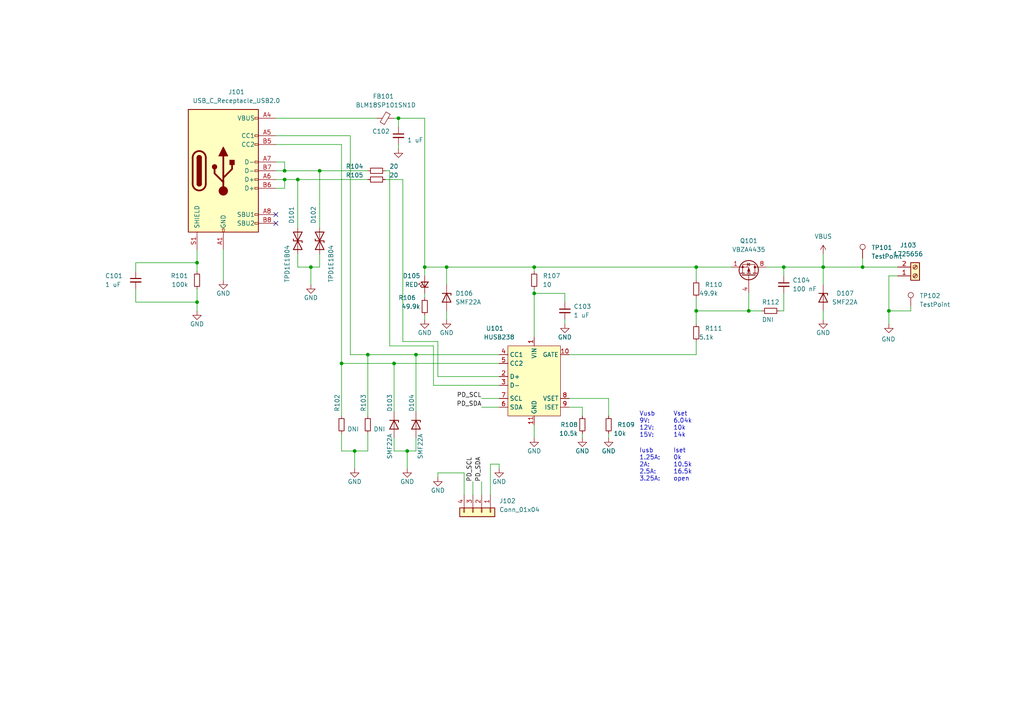
<source format=kicad_sch>
(kicad_sch (version 20210621) (generator eeschema)
  (paper "A4")
  (lib_symbols
    (symbol "Connector:Screw_Terminal_01x02" (pin_names (offset 1.016) hide)
      (property "Reference" "J" (at 0 2.54 0))
      (property "Value" "Screw_Terminal_01x02" (at 0 -5.08 0))
      (symbol "Screw_Terminal_01x02_1_1"
        (circle (center 0 -2.54) (radius 0.635) (stroke (width 0.1524)))
        (circle (center 0 0) (radius 0.635) (stroke (width 0.1524)))
        (rectangle (start -1.27 1.27) (end 1.27 -3.81) (stroke (width 0.254)) (fill (type background)))
        (polyline (pts (xy -0.5334 -2.2098) (xy 0.3302 -3.048)) (stroke (width 0.1524)))
        (polyline (pts (xy -0.5334 0.3302) (xy 0.3302 -0.508)) (stroke (width 0.1524)))
        (polyline (pts (xy -0.3556 -2.032) (xy 0.508 -2.8702)) (stroke (width 0.1524)))
        (polyline (pts (xy -0.3556 0.508) (xy 0.508 -0.3302)) (stroke (width 0.1524)))
        (pin passive line (at -5.08 0 0) (length 3.81) (name "Pin_1") (number "1"))
        (pin passive line (at -5.08 -2.54 0) (length 3.81) (name "Pin_2") (number "2"))
      )
    )
    (symbol "Connector:TestPoint" (pin_numbers hide) (pin_names (offset 0.762) hide)
      (property "Reference" "TP" (at 0 6.858 0))
      (property "Value" "TestPoint" (at 0 5.08 0))
      (symbol "TestPoint_0_1"
        (circle (center 0 3.302) (radius 0.762))
      )
      (symbol "TestPoint_1_1"
        (pin passive line (at 0 0 90) (length 2.54) (name "1") (number "1"))
      )
    )
    (symbol "Connector:USB_C_Receptacle_USB2.0" (pin_names (offset 1.016))
      (property "Reference" "J" (at -10.16 19.05 0))
      (property "Value" "USB_C_Receptacle_USB2.0" (at 19.05 19.05 0))
      (symbol "USB_C_Receptacle_USB2.0_0_0"
        (rectangle (start -0.254 -17.78) (end 0.254 -16.764))
        (rectangle (start 10.16 -14.986) (end 9.144 -15.494))
        (rectangle (start 10.16 -12.446) (end 9.144 -12.954))
        (rectangle (start 10.16 -4.826) (end 9.144 -5.334))
        (rectangle (start 10.16 -2.286) (end 9.144 -2.794))
        (rectangle (start 10.16 0.254) (end 9.144 -0.254))
        (rectangle (start 10.16 2.794) (end 9.144 2.286))
        (rectangle (start 10.16 7.874) (end 9.144 7.366))
        (rectangle (start 10.16 10.414) (end 9.144 9.906))
        (rectangle (start 10.16 15.494) (end 9.144 14.986))
      )
      (symbol "USB_C_Receptacle_USB2.0_0_1"
        (arc (start -8.89 -3.81) (end -5.08 -3.81) (radius (at -6.985 -3.81) (length 1.905) (angles -179.9 -0.1)) (stroke (width 0.508)))
        (arc (start -7.62 -3.81) (end -6.35 -3.81) (radius (at -6.985 -3.81) (length 0.635) (angles -179.9 -0.1)) (stroke (width 0.254)))
        (arc (start -6.35 3.81) (end -7.62 3.81) (radius (at -6.985 3.81) (length 0.635) (angles 0.1 179.9)) (stroke (width 0.254)))
        (arc (start -5.08 3.81) (end -8.89 3.81) (radius (at -6.985 3.81) (length 1.905) (angles 0.1 179.9)) (stroke (width 0.508)))
        (arc (start -7.62 -3.81) (end -6.35 -3.81) (radius (at -6.985 -3.81) (length 0.635) (angles -179.9 -0.1)) (stroke (width 0.254)) (fill (type outline)))
        (arc (start -6.35 3.81) (end -7.62 3.81) (radius (at -6.985 3.81) (length 0.635) (angles 0.1 179.9)) (stroke (width 0.254)) (fill (type outline)))
        (circle (center -2.54 1.143) (radius 0.635) (stroke (width 0.254)) (fill (type outline)))
        (circle (center 0 -5.842) (radius 1.27) (fill (type outline)))
        (rectangle (start -7.62 -3.81) (end -6.35 3.81) (stroke (width 0.254)) (fill (type outline)))
        (rectangle (start 1.905 1.778) (end 3.175 3.048) (stroke (width 0.254)) (fill (type outline)))
        (rectangle (start -10.16 17.78) (end 10.16 -17.78) (stroke (width 0.254)) (fill (type background)))
        (polyline (pts (xy -8.89 -3.81) (xy -8.89 3.81)) (stroke (width 0.508)))
        (polyline (pts (xy -5.08 3.81) (xy -5.08 -3.81)) (stroke (width 0.508)))
        (polyline (pts (xy 0 -5.842) (xy 0 4.318)) (stroke (width 0.508)))
        (polyline (pts (xy 0 -3.302) (xy -2.54 -0.762) (xy -2.54 0.508)) (stroke (width 0.508)))
        (polyline (pts (xy 0 -2.032) (xy 2.54 0.508) (xy 2.54 1.778)) (stroke (width 0.508)))
        (polyline (pts (xy -1.27 4.318) (xy 0 6.858) (xy 1.27 4.318) (xy -1.27 4.318)) (stroke (width 0.254)) (fill (type outline)))
      )
      (symbol "USB_C_Receptacle_USB2.0_1_1"
        (pin passive line (at 0 -22.86 90) (length 5.08) (name "GND") (number "A1"))
        (pin passive line (at 0 -22.86 90) (length 5.08) hide (name "GND") (number "A12"))
        (pin passive line (at 15.24 15.24 180) (length 5.08) (name "VBUS") (number "A4"))
        (pin bidirectional line (at 15.24 10.16 180) (length 5.08) (name "CC1") (number "A5"))
        (pin bidirectional line (at 15.24 -2.54 180) (length 5.08) (name "D+") (number "A6"))
        (pin bidirectional line (at 15.24 2.54 180) (length 5.08) (name "D-") (number "A7"))
        (pin bidirectional line (at 15.24 -12.7 180) (length 5.08) (name "SBU1") (number "A8"))
        (pin passive line (at 15.24 15.24 180) (length 5.08) hide (name "VBUS") (number "A9"))
        (pin passive line (at 0 -22.86 90) (length 5.08) hide (name "GND") (number "B1"))
        (pin passive line (at 0 -22.86 90) (length 5.08) hide (name "GND") (number "B12"))
        (pin passive line (at 15.24 15.24 180) (length 5.08) hide (name "VBUS") (number "B4"))
        (pin bidirectional line (at 15.24 7.62 180) (length 5.08) (name "CC2") (number "B5"))
        (pin bidirectional line (at 15.24 -5.08 180) (length 5.08) (name "D+") (number "B6"))
        (pin bidirectional line (at 15.24 0 180) (length 5.08) (name "D-") (number "B7"))
        (pin bidirectional line (at 15.24 -15.24 180) (length 5.08) (name "SBU2") (number "B8"))
        (pin passive line (at 15.24 15.24 180) (length 5.08) hide (name "VBUS") (number "B9"))
        (pin passive line (at -7.62 -22.86 90) (length 5.08) (name "SHIELD") (number "S1"))
      )
    )
    (symbol "Connector_Generic:Conn_01x04" (pin_names (offset 1.016) hide)
      (property "Reference" "J" (at 0 5.08 0))
      (property "Value" "Conn_01x04" (at 0 -7.62 0))
      (symbol "Conn_01x04_1_1"
        (rectangle (start -1.27 -4.953) (end 0 -5.207) (stroke (width 0.1524)))
        (rectangle (start -1.27 -2.413) (end 0 -2.667) (stroke (width 0.1524)))
        (rectangle (start -1.27 0.127) (end 0 -0.127) (stroke (width 0.1524)))
        (rectangle (start -1.27 2.667) (end 0 2.413) (stroke (width 0.1524)))
        (rectangle (start -1.27 3.81) (end 1.27 -6.35) (stroke (width 0.254)) (fill (type background)))
        (pin passive line (at -5.08 2.54 0) (length 3.81) (name "Pin_1") (number "1"))
        (pin passive line (at -5.08 0 0) (length 3.81) (name "Pin_2") (number "2"))
        (pin passive line (at -5.08 -2.54 0) (length 3.81) (name "Pin_3") (number "3"))
        (pin passive line (at -5.08 -5.08 0) (length 3.81) (name "Pin_4") (number "4"))
      )
    )
    (symbol "Device:C_Small" (pin_numbers hide) (pin_names (offset 0.254) hide)
      (property "Reference" "C" (at 0.254 1.778 0))
      (property "Value" "C_Small" (at 0.254 -2.032 0))
      (symbol "C_Small_0_1"
        (polyline (pts (xy -1.524 -0.508) (xy 1.524 -0.508)) (stroke (width 0.3302)))
        (polyline (pts (xy -1.524 0.508) (xy 1.524 0.508)) (stroke (width 0.3048)))
      )
      (symbol "C_Small_1_1"
        (pin passive line (at 0 2.54 270) (length 2.032) (name "~") (number "1"))
        (pin passive line (at 0 -2.54 90) (length 2.032) (name "~") (number "2"))
      )
    )
    (symbol "Device:D_TVS" (pin_numbers hide) (pin_names (offset 1.016) hide)
      (property "Reference" "D" (at 0 2.54 0))
      (property "Value" "D_TVS" (at 0 -2.54 0))
      (symbol "D_TVS_0_1"
        (polyline (pts (xy 1.27 0) (xy -1.27 0)))
        (polyline (pts (xy 0.508 1.27) (xy 0 1.27) (xy 0 -1.27) (xy -0.508 -1.27)) (stroke (width 0.254)))
        (polyline (pts (xy -2.54 1.27) (xy -2.54 -1.27) (xy 2.54 1.27) (xy 2.54 -1.27) (xy -2.54 1.27)) (stroke (width 0.254)))
      )
      (symbol "D_TVS_1_1"
        (pin passive line (at -3.81 0 0) (length 2.54) (name "A1") (number "1"))
        (pin passive line (at 3.81 0 180) (length 2.54) (name "A2") (number "2"))
      )
    )
    (symbol "Device:D_Zener" (pin_numbers hide) (pin_names (offset 1.016) hide)
      (property "Reference" "D" (at 0 2.54 0))
      (property "Value" "D_Zener" (at 0 -2.54 0))
      (symbol "D_Zener_0_1"
        (polyline (pts (xy 1.27 0) (xy -1.27 0)))
        (polyline (pts (xy -1.27 -1.27) (xy -1.27 1.27) (xy -0.762 1.27)) (stroke (width 0.254)))
        (polyline (pts (xy 1.27 -1.27) (xy 1.27 1.27) (xy -1.27 0) (xy 1.27 -1.27)) (stroke (width 0.254)))
      )
      (symbol "D_Zener_1_1"
        (pin passive line (at -3.81 0 0) (length 2.54) (name "K") (number "1"))
        (pin passive line (at 3.81 0 180) (length 2.54) (name "A") (number "2"))
      )
    )
    (symbol "Device:FerriteBead_Small" (pin_numbers hide) (pin_names (offset 0))
      (property "Reference" "FB" (at 1.905 1.27 0))
      (property "Value" "FerriteBead_Small" (at 1.905 -1.27 0))
      (symbol "FerriteBead_Small_0_1"
        (polyline (pts (xy 0 -1.27) (xy 0 -0.7874)))
        (polyline (pts (xy 0 0.889) (xy 0 1.2954)))
        (polyline (pts (xy -1.8288 0.2794) (xy -1.1176 1.4986) (xy 1.8288 -0.2032) (xy 1.1176 -1.4224) (xy -1.8288 0.2794)))
      )
      (symbol "FerriteBead_Small_1_1"
        (pin passive line (at 0 2.54 270) (length 1.27) (name "~") (number "1"))
        (pin passive line (at 0 -2.54 90) (length 1.27) (name "~") (number "2"))
      )
    )
    (symbol "Device:LED_Small" (pin_numbers hide) (pin_names (offset 0.254) hide)
      (property "Reference" "D" (at -1.27 3.175 0))
      (property "Value" "LED_Small" (at -4.445 -2.54 0))
      (symbol "LED_Small_0_1"
        (polyline (pts (xy -0.762 -1.016) (xy -0.762 1.016)) (stroke (width 0.254)))
        (polyline (pts (xy 1.016 0) (xy -0.762 0)))
        (polyline (pts (xy 0.762 -1.016) (xy -0.762 0) (xy 0.762 1.016) (xy 0.762 -1.016)) (stroke (width 0.254)))
        (polyline (pts (xy 0 0.762) (xy -0.508 1.27) (xy -0.254 1.27) (xy -0.508 1.27) (xy -0.508 1.016)))
        (polyline (pts (xy 0.508 1.27) (xy 0 1.778) (xy 0.254 1.778) (xy 0 1.778) (xy 0 1.524)))
      )
      (symbol "LED_Small_1_1"
        (pin passive line (at -2.54 0 0) (length 1.778) (name "K") (number "1"))
        (pin passive line (at 2.54 0 180) (length 1.778) (name "A") (number "2"))
      )
    )
    (symbol "Device:R_Small" (pin_numbers hide) (pin_names (offset 0.254) hide)
      (property "Reference" "R" (at 0.762 0.508 0))
      (property "Value" "R_Small" (at 0.762 -1.016 0))
      (symbol "R_Small_0_1"
        (rectangle (start -0.762 1.778) (end 0.762 -1.778) (stroke (width 0.2032)))
      )
      (symbol "R_Small_1_1"
        (pin passive line (at 0 2.54 270) (length 0.762) (name "~") (number "1"))
        (pin passive line (at 0 -2.54 90) (length 0.762) (name "~") (number "2"))
      )
    )
    (symbol "Transistor_FET:IRF7404" (pin_names hide)
      (property "Reference" "Q" (at 5.08 1.905 0))
      (property "Value" "IRF7404" (at 5.08 0 0))
      (symbol "IRF7404_0_1"
        (circle (center 1.651 0) (radius 2.794) (stroke (width 0.254)))
        (circle (center 2.54 -1.778) (radius 0.254) (fill (type outline)))
        (circle (center 2.54 1.778) (radius 0.254) (fill (type outline)))
        (polyline (pts (xy 0.254 0) (xy -2.54 0)))
        (polyline (pts (xy 0.254 1.905) (xy 0.254 -1.905)) (stroke (width 0.254)))
        (polyline (pts (xy 0.762 -1.27) (xy 0.762 -2.286)) (stroke (width 0.254)))
        (polyline (pts (xy 0.762 0.508) (xy 0.762 -0.508)) (stroke (width 0.254)))
        (polyline (pts (xy 0.762 2.286) (xy 0.762 1.27)) (stroke (width 0.254)))
        (polyline (pts (xy 2.54 2.54) (xy 2.54 1.778)))
        (polyline (pts (xy 2.54 -2.54) (xy 2.54 0) (xy 0.762 0)))
        (polyline (pts (xy 0.762 1.778) (xy 3.302 1.778) (xy 3.302 -1.778) (xy 0.762 -1.778)))
        (polyline (pts (xy 2.794 -0.508) (xy 2.921 -0.381) (xy 3.683 -0.381) (xy 3.81 -0.254)))
        (polyline (pts (xy 3.302 -0.381) (xy 2.921 0.254) (xy 3.683 0.254) (xy 3.302 -0.381)))
        (polyline (pts (xy 2.286 0) (xy 1.27 0.381) (xy 1.27 -0.381) (xy 2.286 0)) (fill (type outline)))
      )
      (symbol "IRF7404_1_1"
        (pin passive line (at 2.54 -5.08 90) (length 2.54) (name "S") (number "1"))
        (pin passive line (at 2.54 -5.08 90) (length 2.54) hide (name "S") (number "2"))
        (pin passive line (at 2.54 -5.08 90) (length 2.54) hide (name "S") (number "3"))
        (pin passive line (at -5.08 0 0) (length 2.54) (name "G") (number "4"))
        (pin passive line (at 2.54 5.08 270) (length 2.54) hide (name "D") (number "5"))
        (pin passive line (at 2.54 5.08 270) (length 2.54) hide (name "D") (number "6"))
        (pin passive line (at 2.54 5.08 270) (length 2.54) hide (name "D") (number "7"))
        (pin passive line (at 2.54 5.08 270) (length 2.54) (name "D") (number "8"))
      )
    )
    (symbol "jtk_rf:HUSB238"
      (property "Reference" "U?" (at 0 17.78 0))
      (property "Value" "HUSB238" (at 0 15.24 0))
      (symbol "HUSB238_0_1"
        (rectangle (start 5.08 10.16) (end 5.08 10.16) (stroke (width 0.1524)))
        (rectangle (start -7.62 10.16) (end 7.62 -10.16) (stroke (width 0.1524)) (fill (type background)))
      )
      (symbol "HUSB238_1_1"
        (pin power_in line (at 0 12.7 270) (length 2.54) (name "VIN") (number "1"))
        (pin output line (at 10.16 7.62 180) (length 2.54) (name "GATE") (number "10"))
        (pin power_in line (at 0 -12.7 90) (length 2.54) (name "GND") (number "11"))
        (pin bidirectional line (at -10.16 1.27 0) (length 2.54) (name "D+") (number "2"))
        (pin bidirectional line (at -10.16 -1.27 0) (length 2.54) (name "D-") (number "3"))
        (pin bidirectional line (at -10.16 7.62 0) (length 2.54) (name "CC1") (number "4"))
        (pin bidirectional line (at -10.16 5.08 0) (length 2.54) (name "CC2") (number "5"))
        (pin open_collector line (at -10.16 -7.62 0) (length 2.54) (name "SDA") (number "6"))
        (pin open_collector line (at -10.16 -5.08 0) (length 2.54) (name "SCL") (number "7"))
        (pin output line (at 10.16 -5.08 180) (length 2.54) (name "VSET") (number "8"))
        (pin output line (at 10.16 -7.62 180) (length 2.54) (name "ISET") (number "9"))
      )
    )
    (symbol "power:GND" (power) (pin_names (offset 0))
      (property "Value" "GND" (at 0 -3.81 0))
      (symbol "GND_0_1"
        (polyline (pts (xy 0 0) (xy 0 -1.27) (xy 1.27 -1.27) (xy 0 -2.54) (xy -1.27 -1.27) (xy 0 -1.27)))
      )
      (symbol "GND_1_1"
        (pin power_in line (at 0 0 270) (length 0) hide (name "GND") (number "1"))
      )
    )
    (symbol "power:VBUS" (power) (pin_names (offset 0))
      (property "Value" "VBUS" (at 0 3.81 0))
      (symbol "VBUS_0_1"
        (polyline (pts (xy -0.762 1.27) (xy 0 2.54)))
        (polyline (pts (xy 0 0) (xy 0 2.54)))
        (polyline (pts (xy 0 2.54) (xy 0.762 1.27)))
      )
      (symbol "VBUS_1_1"
        (pin power_in line (at 0 0 90) (length 0) hide (name "VBUS") (number "1"))
      )
    )
  )
  (junction (at 57.15 76.2) (diameter 0.9144))
  (junction (at 57.15 87.63) (diameter 0.9144))
  (junction (at 82.55 49.53) (diameter 0.9144))
  (junction (at 82.55 52.07) (diameter 0.9144))
  (junction (at 86.36 52.07) (diameter 0.9144))
  (junction (at 90.17 77.47) (diameter 0.9144))
  (junction (at 92.71 49.53) (diameter 0.9144))
  (junction (at 99.06 105.41) (diameter 0.9144))
  (junction (at 102.87 130.81) (diameter 0.9144))
  (junction (at 106.68 102.87) (diameter 0.9144))
  (junction (at 114.3 105.41) (diameter 0.9144))
  (junction (at 115.57 34.29) (diameter 0.9144))
  (junction (at 118.11 130.81) (diameter 0.9144))
  (junction (at 120.65 102.87) (diameter 0.9144))
  (junction (at 123.19 77.47) (diameter 0.9144))
  (junction (at 129.54 77.47) (diameter 0.9144))
  (junction (at 154.94 77.47) (diameter 0.9144))
  (junction (at 154.94 85.09) (diameter 0.9144))
  (junction (at 201.93 77.47) (diameter 0.9144))
  (junction (at 201.93 90.17) (diameter 0.9144))
  (junction (at 217.17 90.17) (diameter 0.9144))
  (junction (at 227.33 77.47) (diameter 0.9144))
  (junction (at 238.76 77.47) (diameter 0.9144))
  (junction (at 250.19 77.47) (diameter 0.9144))
  (junction (at 257.81 90.17) (diameter 0.9144))
  (no_connect (at 80.01 62.23))
  (no_connect (at 80.01 64.77))
  (wire (pts (xy 39.37 76.2) (xy 39.37 78.74)))
  (wire (pts (xy 39.37 76.2) (xy 57.15 76.2)))
  (wire (pts (xy 39.37 83.82) (xy 39.37 87.63)))
  (wire (pts (xy 39.37 87.63) (xy 57.15 87.63)))
  (wire (pts (xy 57.15 76.2) (xy 57.15 72.39)))
  (wire (pts (xy 57.15 76.2) (xy 57.15 78.74)))
  (wire (pts (xy 57.15 87.63) (xy 57.15 83.82)))
  (wire (pts (xy 57.15 87.63) (xy 57.15 90.17)))
  (wire (pts (xy 64.77 72.39) (xy 64.77 81.28)))
  (wire (pts (xy 80.01 34.29) (xy 109.22 34.29)))
  (wire (pts (xy 80.01 39.37) (xy 101.6 39.37)))
  (wire (pts (xy 80.01 41.91) (xy 99.06 41.91)))
  (wire (pts (xy 80.01 46.99) (xy 82.55 46.99)))
  (wire (pts (xy 80.01 52.07) (xy 82.55 52.07)))
  (wire (pts (xy 82.55 46.99) (xy 82.55 49.53)))
  (wire (pts (xy 82.55 49.53) (xy 80.01 49.53)))
  (wire (pts (xy 82.55 49.53) (xy 92.71 49.53)))
  (wire (pts (xy 82.55 52.07) (xy 82.55 54.61)))
  (wire (pts (xy 82.55 52.07) (xy 86.36 52.07)))
  (wire (pts (xy 82.55 54.61) (xy 80.01 54.61)))
  (wire (pts (xy 86.36 52.07) (xy 86.36 66.04)))
  (wire (pts (xy 86.36 52.07) (xy 106.68 52.07)))
  (wire (pts (xy 86.36 77.47) (xy 86.36 73.66)))
  (wire (pts (xy 90.17 77.47) (xy 86.36 77.47)))
  (wire (pts (xy 90.17 77.47) (xy 92.71 77.47)))
  (wire (pts (xy 90.17 82.55) (xy 90.17 77.47)))
  (wire (pts (xy 92.71 49.53) (xy 92.71 66.04)))
  (wire (pts (xy 92.71 49.53) (xy 106.68 49.53)))
  (wire (pts (xy 92.71 77.47) (xy 92.71 73.66)))
  (wire (pts (xy 99.06 41.91) (xy 99.06 105.41)))
  (wire (pts (xy 99.06 105.41) (xy 99.06 120.65)))
  (wire (pts (xy 99.06 105.41) (xy 114.3 105.41)))
  (wire (pts (xy 99.06 125.73) (xy 99.06 130.81)))
  (wire (pts (xy 99.06 130.81) (xy 102.87 130.81)))
  (wire (pts (xy 101.6 39.37) (xy 101.6 102.87)))
  (wire (pts (xy 101.6 102.87) (xy 106.68 102.87)))
  (wire (pts (xy 102.87 130.81) (xy 102.87 135.89)))
  (wire (pts (xy 102.87 130.81) (xy 106.68 130.81)))
  (wire (pts (xy 106.68 102.87) (xy 120.65 102.87)))
  (wire (pts (xy 106.68 120.65) (xy 106.68 102.87)))
  (wire (pts (xy 106.68 125.73) (xy 106.68 130.81)))
  (wire (pts (xy 111.76 49.53) (xy 113.03 49.53)))
  (wire (pts (xy 111.76 52.07) (xy 116.84 52.07)))
  (wire (pts (xy 113.03 49.53) (xy 113.03 100.33)))
  (wire (pts (xy 113.03 100.33) (xy 125.73 100.33)))
  (wire (pts (xy 114.3 34.29) (xy 115.57 34.29)))
  (wire (pts (xy 114.3 105.41) (xy 114.3 119.38)))
  (wire (pts (xy 114.3 105.41) (xy 144.78 105.41)))
  (wire (pts (xy 114.3 130.81) (xy 114.3 127)))
  (wire (pts (xy 115.57 34.29) (xy 115.57 36.83)))
  (wire (pts (xy 115.57 34.29) (xy 123.19 34.29)))
  (wire (pts (xy 115.57 41.91) (xy 115.57 43.18)))
  (wire (pts (xy 116.84 99.06) (xy 116.84 52.07)))
  (wire (pts (xy 118.11 130.81) (xy 114.3 130.81)))
  (wire (pts (xy 118.11 130.81) (xy 120.65 130.81)))
  (wire (pts (xy 118.11 135.89) (xy 118.11 130.81)))
  (wire (pts (xy 120.65 102.87) (xy 120.65 119.38)))
  (wire (pts (xy 120.65 102.87) (xy 144.78 102.87)))
  (wire (pts (xy 120.65 130.81) (xy 120.65 127)))
  (wire (pts (xy 123.19 34.29) (xy 123.19 77.47)))
  (wire (pts (xy 123.19 77.47) (xy 123.19 80.01)))
  (wire (pts (xy 123.19 77.47) (xy 129.54 77.47)))
  (wire (pts (xy 123.19 85.09) (xy 123.19 86.36)))
  (wire (pts (xy 123.19 91.44) (xy 123.19 92.71)))
  (wire (pts (xy 125.73 100.33) (xy 125.73 111.76)))
  (wire (pts (xy 125.73 111.76) (xy 144.78 111.76)))
  (wire (pts (xy 127 99.06) (xy 116.84 99.06)))
  (wire (pts (xy 127 109.22) (xy 127 99.06)))
  (wire (pts (xy 127 109.22) (xy 144.78 109.22)))
  (wire (pts (xy 127 137.16) (xy 134.62 137.16)))
  (wire (pts (xy 127 138.43) (xy 127 137.16)))
  (wire (pts (xy 129.54 77.47) (xy 129.54 82.55)))
  (wire (pts (xy 129.54 77.47) (xy 154.94 77.47)))
  (wire (pts (xy 129.54 90.17) (xy 129.54 92.71)))
  (wire (pts (xy 134.62 137.16) (xy 134.62 143.51)))
  (wire (pts (xy 137.16 139.7) (xy 137.16 143.51)))
  (wire (pts (xy 139.7 115.57) (xy 144.78 115.57)))
  (wire (pts (xy 139.7 118.11) (xy 144.78 118.11)))
  (wire (pts (xy 139.7 139.7) (xy 139.7 143.51)))
  (wire (pts (xy 142.24 134.62) (xy 142.24 143.51)))
  (wire (pts (xy 144.78 134.62) (xy 142.24 134.62)))
  (wire (pts (xy 144.78 135.89) (xy 144.78 134.62)))
  (wire (pts (xy 154.94 77.47) (xy 154.94 78.74)))
  (wire (pts (xy 154.94 77.47) (xy 201.93 77.47)))
  (wire (pts (xy 154.94 83.82) (xy 154.94 85.09)))
  (wire (pts (xy 154.94 85.09) (xy 154.94 97.79)))
  (wire (pts (xy 154.94 85.09) (xy 163.83 85.09)))
  (wire (pts (xy 154.94 123.19) (xy 154.94 127)))
  (wire (pts (xy 163.83 85.09) (xy 163.83 87.63)))
  (wire (pts (xy 163.83 92.71) (xy 163.83 93.98)))
  (wire (pts (xy 165.1 102.87) (xy 201.93 102.87)))
  (wire (pts (xy 165.1 115.57) (xy 176.53 115.57)))
  (wire (pts (xy 165.1 118.11) (xy 168.91 118.11)))
  (wire (pts (xy 168.91 118.11) (xy 168.91 120.65)))
  (wire (pts (xy 168.91 125.73) (xy 168.91 127)))
  (wire (pts (xy 176.53 115.57) (xy 176.53 120.65)))
  (wire (pts (xy 176.53 125.73) (xy 176.53 127)))
  (wire (pts (xy 201.93 77.47) (xy 201.93 81.28)))
  (wire (pts (xy 201.93 77.47) (xy 212.09 77.47)))
  (wire (pts (xy 201.93 86.36) (xy 201.93 90.17)))
  (wire (pts (xy 201.93 90.17) (xy 201.93 93.98)))
  (wire (pts (xy 201.93 90.17) (xy 217.17 90.17)))
  (wire (pts (xy 201.93 102.87) (xy 201.93 99.06)))
  (wire (pts (xy 217.17 85.09) (xy 217.17 90.17)))
  (wire (pts (xy 217.17 90.17) (xy 220.98 90.17)))
  (wire (pts (xy 226.06 90.17) (xy 227.33 90.17)))
  (wire (pts (xy 227.33 77.47) (xy 222.25 77.47)))
  (wire (pts (xy 227.33 77.47) (xy 227.33 80.01)))
  (wire (pts (xy 227.33 85.09) (xy 227.33 90.17)))
  (wire (pts (xy 238.76 73.66) (xy 238.76 77.47)))
  (wire (pts (xy 238.76 77.47) (xy 227.33 77.47)))
  (wire (pts (xy 238.76 77.47) (xy 238.76 82.55)))
  (wire (pts (xy 238.76 77.47) (xy 250.19 77.47)))
  (wire (pts (xy 238.76 90.17) (xy 238.76 92.71)))
  (wire (pts (xy 250.19 74.93) (xy 250.19 77.47)))
  (wire (pts (xy 250.19 77.47) (xy 260.35 77.47)))
  (wire (pts (xy 257.81 80.01) (xy 260.35 80.01)))
  (wire (pts (xy 257.81 90.17) (xy 257.81 80.01)))
  (wire (pts (xy 257.81 90.17) (xy 264.16 90.17)))
  (wire (pts (xy 257.81 93.98) (xy 257.81 90.17)))
  (wire (pts (xy 264.16 88.9) (xy 264.16 90.17)))
  (text "Vusb	Vset\n9V: 	6.04k\n12V:	10k\n15V:	14k\n" (at 185.42 127 0) (effects (font (size 1.27 1.27)) (justify left bottom)))
  (text "Iusb	Iset\n1.25A: 	0k\n2A:		10.5k\n2.5A:	16.5k\n3.25A:	open\n" (at 185.42 139.7 0) (effects (font (size 1.27 1.27)) (justify left bottom)))
  (label "PD_SCL" (at 137.16 139.7 90))
  (label "PD_SCL" (at 139.7 115.57 180))
  (label "PD_SDA" (at 139.7 118.11 180))
  (label "PD_SDA" (at 139.7 139.7 90))
  (symbol (lib_id "power:VBUS") (at 238.76 73.66 0) (unit 1)
    (property "Reference" "#PWR0102" (effects hide))
    (property "Value" "VBUS" (at 238.76 68.58 0))
  )
  (symbol (lib_id "Connector:TestPoint") (at 250.19 74.93 0) (unit 1)
    (property "Reference" "TP101" (at 252.73 71.8184 0) (effects (justify left)))
    (property "Value" "TestPoint" (at 252.73 74.3584 0) (effects (justify left)))
    (property "Footprint" "TestPoint:TestPoint_Keystone_5015_Micro-Minature" (effects hide))
  )
  (symbol (lib_id "Connector:TestPoint") (at 264.16 88.9 0) (unit 1)
    (property "Reference" "TP102" (at 266.7 85.7884 0) (effects (justify left)))
    (property "Value" "TestPoint" (at 266.7 88.3284 0) (effects (justify left)))
    (property "Footprint" "TestPoint:TestPoint_Keystone_5015_Micro-Minature" (effects hide))
  )
  (symbol (lib_id "power:GND") (at 57.15 90.17 0) (unit 1)
    (property "Reference" "#PWR0117" (effects hide))
    (property "Value" "GND" (at 57.15 93.98 0))
  )
  (symbol (lib_id "power:GND") (at 64.77 81.28 0) (unit 1)
    (property "Reference" "#PWR0116" (effects hide))
    (property "Value" "GND" (at 64.77 85.09 0))
  )
  (symbol (lib_id "power:GND") (at 90.17 82.55 0) (unit 1)
    (property "Reference" "#PWR0105" (effects hide))
    (property "Value" "GND" (at 90.17 86.36 0))
  )
  (symbol (lib_id "power:GND") (at 102.87 135.89 0) (unit 1)
    (property "Reference" "#PWR0114" (effects hide))
    (property "Value" "GND" (at 102.87 139.7 0))
  )
  (symbol (lib_id "power:GND") (at 115.57 43.18 0) (unit 1)
    (property "Reference" "#PWR0104" (effects hide))
    (property "Value" "GND" (effects hide))
  )
  (symbol (lib_id "power:GND") (at 118.11 135.89 0) (unit 1)
    (property "Reference" "#PWR0115" (effects hide))
    (property "Value" "GND" (at 118.11 139.7 0))
  )
  (symbol (lib_id "power:GND") (at 123.19 92.71 0) (unit 1)
    (property "Reference" "#PWR0107" (effects hide))
    (property "Value" "GND" (at 123.19 96.52 0))
  )
  (symbol (lib_id "power:GND") (at 127 138.43 0) (unit 1)
    (property "Reference" "#PWR0113" (effects hide))
    (property "Value" "GND" (at 127 142.24 0))
  )
  (symbol (lib_id "power:GND") (at 129.54 92.71 0) (unit 1)
    (property "Reference" "#PWR0106" (effects hide))
    (property "Value" "GND" (at 129.54 96.52 0))
  )
  (symbol (lib_id "power:GND") (at 144.78 135.89 0) (unit 1)
    (property "Reference" "#PWR0112" (effects hide))
    (property "Value" "GND" (at 144.78 139.7 0))
  )
  (symbol (lib_id "power:GND") (at 154.94 127 0) (unit 1)
    (property "Reference" "#PWR0108" (effects hide))
    (property "Value" "GND" (at 154.94 130.81 0))
  )
  (symbol (lib_id "power:GND") (at 163.83 93.98 0) (unit 1)
    (property "Reference" "#PWR0111" (effects hide))
    (property "Value" "GND" (at 163.83 97.79 0))
  )
  (symbol (lib_id "power:GND") (at 168.91 127 0) (unit 1)
    (property "Reference" "#PWR0109" (effects hide))
    (property "Value" "GND" (at 168.91 130.81 0))
  )
  (symbol (lib_id "power:GND") (at 176.53 127 0) (unit 1)
    (property "Reference" "#PWR0110" (effects hide))
    (property "Value" "GND" (at 176.53 130.81 0))
  )
  (symbol (lib_id "power:GND") (at 238.76 92.71 0) (unit 1)
    (property "Reference" "#PWR0103" (effects hide))
    (property "Value" "GND" (at 238.76 96.52 0))
  )
  (symbol (lib_id "power:GND") (at 257.81 93.98 0) (mirror y) (unit 1)
    (property "Reference" "#PWR0101" (effects hide))
    (property "Value" "GND" (at 257.683 98.3742 0))
  )
  (symbol (lib_id "Device:R_Small") (at 57.15 81.28 0) (unit 1)
    (property "Reference" "R101" (at 54.61 80.01 0) (effects (justify right)))
    (property "Value" "100k" (at 54.61 82.55 0) (effects (justify right)))
    (property "Footprint" "Resistor_SMD:R_0402_1005Metric" (effects hide))
    (property "Source" "ANY" (effects hide))
    (property "Key" "res-0402-10k" (effects hide))
  )
  (symbol (lib_id "Device:R_Small") (at 99.06 123.19 0) (unit 1)
    (property "Reference" "R102" (at 97.79 114.3 90) (effects (justify right)))
    (property "Value" "DNI" (at 104.14 124.46 0) (effects (justify right)))
    (property "Footprint" "Resistor_SMD:R_0402_1005Metric" (effects hide))
    (property "Source" "ANY" (effects hide))
    (property "Key" "res-0402-10k" (effects hide))
  )
  (symbol (lib_id "Device:R_Small") (at 106.68 123.19 0) (unit 1)
    (property "Reference" "R103" (at 105.41 114.3 90) (effects (justify right)))
    (property "Value" "DNI" (at 111.76 124.46 0) (effects (justify right)))
    (property "Footprint" "Resistor_SMD:R_0402_1005Metric" (effects hide))
    (property "Source" "ANY" (effects hide))
    (property "Key" "res-0402-10k" (effects hide))
  )
  (symbol (lib_id "Device:R_Small") (at 109.22 49.53 270) (unit 1)
    (property "Reference" "R104" (at 105.41 48.26 90) (effects (justify right)))
    (property "Value" "20" (at 115.57 48.26 90) (effects (justify right)))
    (property "Footprint" "Resistor_SMD:R_0402_1005Metric" (effects hide))
    (property "Source" "ANY" (effects hide))
    (property "Key" "res-0402-10k" (effects hide))
  )
  (symbol (lib_id "Device:R_Small") (at 109.22 52.07 270) (unit 1)
    (property "Reference" "R105" (at 105.41 50.8 90) (effects (justify right)))
    (property "Value" "20" (at 115.57 50.8 90) (effects (justify right)))
    (property "Footprint" "Resistor_SMD:R_0402_1005Metric" (effects hide))
    (property "Source" "ANY" (effects hide))
    (property "Key" "res-0402-10k" (effects hide))
  )
  (symbol (lib_id "Device:R_Small") (at 123.19 88.9 0) (unit 1)
    (property "Reference" "R106" (at 120.65 86.36 0) (effects (justify right)))
    (property "Value" "49.9k" (at 121.92 88.9 0) (effects (justify right)))
    (property "Footprint" "Resistor_SMD:R_0402_1005Metric" (effects hide))
    (property "Source" "ANY" (effects hide))
    (property "Key" "res-0402-10k" (effects hide))
  )
  (symbol (lib_id "Device:R_Small") (at 154.94 81.28 0) (unit 1)
    (property "Reference" "R107" (at 162.56 80.01 0) (effects (justify right)))
    (property "Value" "10" (at 160.02 82.55 0) (effects (justify right)))
    (property "Footprint" "Resistor_SMD:R_0402_1005Metric" (effects hide))
    (property "Source" "ANY" (effects hide))
    (property "Key" "res-0402-10k" (effects hide))
  )
  (symbol (lib_id "Device:R_Small") (at 168.91 123.19 0) (unit 1)
    (property "Reference" "R108" (at 167.64 123.19 0) (effects (justify right)))
    (property "Value" "10.5k" (at 167.64 125.73 0) (effects (justify right)))
    (property "Footprint" "Resistor_SMD:R_0402_1005Metric" (effects hide))
    (property "Source" "ANY" (effects hide))
    (property "Key" "res-0402-10k" (effects hide))
  )
  (symbol (lib_id "Device:R_Small") (at 176.53 123.19 0) (unit 1)
    (property "Reference" "R109" (at 184.15 123.19 0) (effects (justify right)))
    (property "Value" "10k" (at 181.61 125.73 0) (effects (justify right)))
    (property "Footprint" "Resistor_SMD:R_0402_1005Metric" (effects hide))
    (property "Source" "ANY" (effects hide))
    (property "Key" "res-0402-10k" (effects hide))
  )
  (symbol (lib_id "Device:R_Small") (at 201.93 83.82 0) (unit 1)
    (property "Reference" "R110" (at 209.55 82.55 0) (effects (justify right)))
    (property "Value" "49.9k" (at 208.28 85.09 0) (effects (justify right)))
    (property "Footprint" "Resistor_SMD:R_0402_1005Metric" (effects hide))
    (property "Source" "ANY" (effects hide))
    (property "Key" "res-0402-10k" (effects hide))
  )
  (symbol (lib_id "Device:R_Small") (at 201.93 96.52 0) (unit 1)
    (property "Reference" "R111" (at 209.55 95.25 0) (effects (justify right)))
    (property "Value" "5.1k" (at 207.01 97.79 0) (effects (justify right)))
    (property "Footprint" "Resistor_SMD:R_0402_1005Metric" (effects hide))
    (property "Source" "ANY" (effects hide))
    (property "Key" "res-0402-10k" (effects hide))
  )
  (symbol (lib_id "Device:R_Small") (at 223.52 90.17 90) (unit 1)
    (property "Reference" "R112" (at 220.98 87.63 90) (effects (justify right)))
    (property "Value" "DNI" (at 220.98 92.71 90) (effects (justify right)))
    (property "Footprint" "Resistor_SMD:R_0402_1005Metric" (effects hide))
    (property "Source" "ANY" (effects hide))
    (property "Key" "res-0402-10k" (effects hide))
  )
  (symbol (lib_id "Device:LED_Small") (at 123.19 82.55 90) (unit 1)
    (property "Reference" "D105" (at 119.38 80.01 90))
    (property "Value" "RED" (at 119.38 82.55 90))
    (property "Footprint" "LED_SMD:LED_0603_1608Metric" (effects hide))
  )
  (symbol (lib_id "Device:C_Small") (at 39.37 81.28 0) (unit 1)
    (property "Reference" "C101" (at 30.48 80.01 0) (effects (justify left)))
    (property "Value" "1 uF" (at 30.48 82.55 0) (effects (justify left)))
    (property "Footprint" "Capacitor_SMD:C_0402_1005Metric" (effects hide))
  )
  (symbol (lib_id "Device:C_Small") (at 115.57 39.37 0) (unit 1)
    (property "Reference" "C102" (at 107.95 38.1 0) (effects (justify left)))
    (property "Value" "1 uF" (at 118.11 40.64 0) (effects (justify left)))
    (property "Footprint" "Capacitor_SMD:C_0402_1005Metric" (effects hide))
  )
  (symbol (lib_id "Device:C_Small") (at 163.83 90.17 0) (unit 1)
    (property "Reference" "C103" (at 166.37 88.9 0) (effects (justify left)))
    (property "Value" "1 uF" (at 166.37 91.44 0) (effects (justify left)))
    (property "Footprint" "Capacitor_SMD:C_0402_1005Metric" (effects hide))
  )
  (symbol (lib_id "Device:C_Small") (at 227.33 82.55 0) (unit 1)
    (property "Reference" "C104" (at 229.87 81.28 0) (effects (justify left)))
    (property "Value" "100 nF" (at 229.87 83.82 0) (effects (justify left)))
    (property "Footprint" "Capacitor_SMD:C_0402_1005Metric" (effects hide))
  )
  (symbol (lib_id "Device:FerriteBead_Small") (at 111.76 34.29 90) (unit 1)
    (property "Reference" "FB101" (at 114.3 27.94 90) (effects (justify left)))
    (property "Value" "BLM18SP101SN1D" (at 120.65 30.48 90) (effects (justify left)))
    (property "Footprint" "Inductor_SMD:L_0603_1608Metric" (effects hide))
  )
  (symbol (lib_id "Device:D_TVS") (at 86.36 69.85 270) (unit 1)
    (property "Reference" "D101" (at 84.5566 59.7916 0) (effects (justify left)))
    (property "Value" "TPD1E1B04" (at 83.2866 70.993 0) (effects (justify left)))
    (property "Footprint" "Diode_SMD:D_0402_1005Metric" (effects hide))
    (property "DIST_NAME" "Digi-Key" (effects hide))
    (property "DIST_PN" "296-47224-1-ND" (effects hide))
  )
  (symbol (lib_id "Device:D_TVS") (at 92.71 69.85 270) (unit 1)
    (property "Reference" "D102" (at 90.9066 59.7916 0) (effects (justify left)))
    (property "Value" "TPD1E1B04" (at 95.9866 70.993 0) (effects (justify left)))
    (property "Footprint" "Diode_SMD:D_0402_1005Metric" (effects hide))
    (property "DIST_NAME" "Digi-Key" (effects hide))
    (property "DIST_PN" "296-47224-1-ND" (effects hide))
  )
  (symbol (lib_id "Device:D_Zener") (at 114.3 123.19 270) (unit 1)
    (property "Reference" "D103" (at 113.03 114.2999 0) (effects (justify left)))
    (property "Value" "SMF22A" (at 113.03 125.7299 0) (effects (justify left)))
    (property "Footprint" "Diode_SMD:D_SOD-123F" (effects hide))
  )
  (symbol (lib_id "Device:D_Zener") (at 120.65 123.19 270) (unit 1)
    (property "Reference" "D104" (at 119.38 114.2999 0) (effects (justify left)))
    (property "Value" "SMF22A" (at 121.92 125.7299 0) (effects (justify left)))
    (property "Footprint" "Diode_SMD:D_SOD-123F" (effects hide))
  )
  (symbol (lib_id "Device:D_Zener") (at 129.54 86.36 270) (unit 1)
    (property "Reference" "D106" (at 132.08 85.0899 90) (effects (justify left)))
    (property "Value" "SMF22A" (at 132.08 87.6299 90) (effects (justify left)))
    (property "Footprint" "Diode_SMD:D_SOD-123F" (effects hide))
  )
  (symbol (lib_id "Device:D_Zener") (at 238.76 86.36 270) (unit 1)
    (property "Reference" "D107" (at 242.57 85.0899 90) (effects (justify left)))
    (property "Value" "SMF22A" (at 241.3 87.6299 90) (effects (justify left)))
    (property "Footprint" "Diode_SMD:D_SOD-123F" (effects hide))
  )
  (symbol (lib_id "Connector:Screw_Terminal_01x02") (at 265.43 80.01 0) (mirror x) (unit 1)
    (property "Reference" "J103" (at 263.398 71.12 0))
    (property "Value" "1725656" (at 263.398 73.66 0))
    (property "Footprint" "TerminalBlock_Phoenix:TerminalBlock_Phoenix_MPT-0,5-2-2.54_1x02_P2.54mm_Horizontal" (effects hide))
  )
  (symbol (lib_id "Connector_Generic:Conn_01x04") (at 139.7 148.59 270) (unit 1)
    (property "Reference" "J102" (at 144.78 145.2879 90) (effects (justify left)))
    (property "Value" "Conn_01x04" (at 144.78 147.8279 90) (effects (justify left)))
    (property "Footprint" "Connector_PinHeader_2.54mm:PinHeader_1x04_P2.54mm_Vertical" (effects hide))
  )
  (symbol (lib_id "Transistor_FET:IRF7404") (at 217.17 80.01 270) (mirror x) (unit 1)
    (property "Reference" "Q101" (at 217.17 69.85 90))
    (property "Value" "VBZA4435" (at 217.17 72.39 90))
    (property "Footprint" "Package_SO:SOIC-8_3.9x4.9mm_P1.27mm" (effects hide))
    (property "Datasheet" "http://www.infineon.com/dgdl/irf7404.pdf?fileId=5546d462533600a4015355fa2b5b1b9e" (effects hide))
  )
  (symbol (lib_id "jtk_rf:HUSB238") (at 154.94 110.49 0) (unit 1)
    (property "Reference" "U101" (at 143.51 95.25 0))
    (property "Value" "HUSB238" (at 144.78 97.79 0))
    (property "Footprint" "Package_DFN_QFN:DFN-10-1EP_3x3mm_P0.5mm_EP1.65x2.38mm" (effects hide))
    (property "Datasheet" "http://www.hynetek.com/product/pdController/HUSBPDSink/document/HUSB238_DS_EN_V1.0.pdf" (effects hide))
  )
  (symbol (lib_id "Connector:USB_C_Receptacle_USB2.0") (at 64.77 49.53 0) (unit 1)
    (property "Reference" "J101" (at 68.58 26.67 0))
    (property "Value" "USB_C_Receptacle_USB2.0" (at 68.58 29.21 0))
    (property "Footprint" "Connector_USB:USB_C_Receptacle_HRO_TYPE-C-31-M-12" (effects hide))
    (property "Datasheet" "https://www.usb.org/sites/default/files/documents/usb_type-c.zip" (effects hide))
  )
)
</source>
